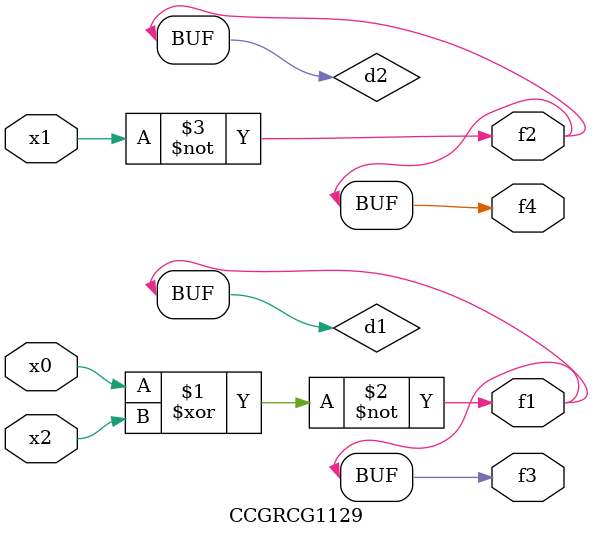
<source format=v>
module CCGRCG1129(
	input x0, x1, x2,
	output f1, f2, f3, f4
);

	wire d1, d2, d3;

	xnor (d1, x0, x2);
	nand (d2, x1);
	nor (d3, x1, x2);
	assign f1 = d1;
	assign f2 = d2;
	assign f3 = d1;
	assign f4 = d2;
endmodule

</source>
